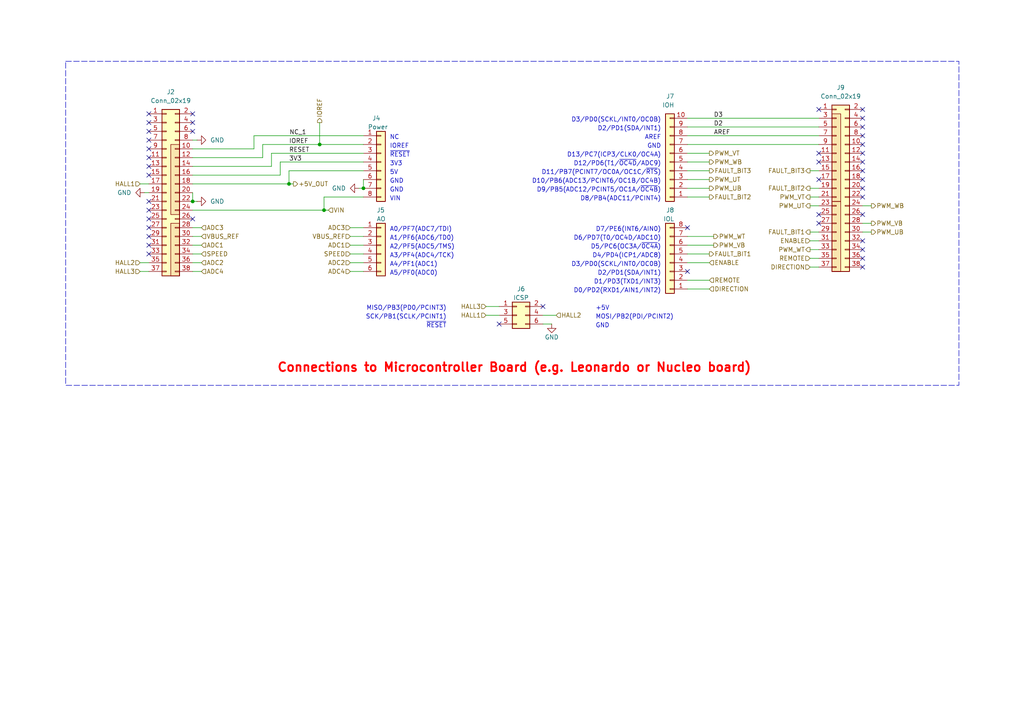
<source format=kicad_sch>
(kicad_sch (version 20250114) (generator "eeschema") (generator_version "9.0")
  (paper "A4")
  (title_block (title "Motor Controller Board NEVB-MTR1-C-1") (date "2025-04-25") (rev "01") (comment 1 "Contact: https://www.nexperia.com/support") (comment 2 "Designed for: Public Release") (comment 3 "Orderable: NEVB-MTR1-KIT1"))
  (lib_symbols
    (symbol "Connector_Generic:Conn_01x06" (pin_names (offset 1.016) (hide yes))
      (property "Reference" "J" (at 0 7.62 0))
      (property "Value" "Conn_01x06" (at 0 -10.16 0))
      (symbol "Conn_01x06_1_1"
        (rectangle (start -1.27 6.35) (end 1.27 -8.89) (stroke (width 0.254)) (fill (type background)))
        (rectangle (start -1.27 5.207) (end 0 4.953) (stroke (width 0.1524)))
        (rectangle (start -1.27 2.667) (end 0 2.413) (stroke (width 0.1524)))
        (rectangle (start -1.27 0.127) (end 0 -0.127) (stroke (width 0.1524)))
        (rectangle (start -1.27 -2.413) (end 0 -2.667) (stroke (width 0.1524)))
        (rectangle (start -1.27 -4.953) (end 0 -5.207) (stroke (width 0.1524)))
        (rectangle (start -1.27 -7.493) (end 0 -7.747) (stroke (width 0.1524)))
        (pin passive line (at -5.08 5.08 0) (length 3.81) (name "Pin_1") (number "1"))
        (pin passive line (at -5.08 2.54 0) (length 3.81) (name "Pin_2") (number "2"))
        (pin passive line (at -5.08 0 0) (length 3.81) (name "Pin_3") (number "3"))
        (pin passive line (at -5.08 -2.54 0) (length 3.81) (name "Pin_4") (number "4"))
        (pin passive line (at -5.08 -5.08 0) (length 3.81) (name "Pin_5") (number "5"))
        (pin passive line (at -5.08 -7.62 0) (length 3.81) (name "Pin_6") (number "6"))
      )
    )
    (symbol "Connector_Generic:Conn_01x08" (pin_names (offset 1.016) (hide yes))
      (property "Reference" "J" (at 0 10.16 0))
      (property "Value" "Conn_01x08" (at 0 -12.7 0))
      (symbol "Conn_01x08_1_1"
        (rectangle (start -1.27 8.89) (end 1.27 -11.43) (stroke (width 0.254)) (fill (type background)))
        (rectangle (start -1.27 7.747) (end 0 7.493) (stroke (width 0.1524)))
        (rectangle (start -1.27 5.207) (end 0 4.953) (stroke (width 0.1524)))
        (rectangle (start -1.27 2.667) (end 0 2.413) (stroke (width 0.1524)))
        (rectangle (start -1.27 0.127) (end 0 -0.127) (stroke (width 0.1524)))
        (rectangle (start -1.27 -2.413) (end 0 -2.667) (stroke (width 0.1524)))
        (rectangle (start -1.27 -4.953) (end 0 -5.207) (stroke (width 0.1524)))
        (rectangle (start -1.27 -7.493) (end 0 -7.747) (stroke (width 0.1524)))
        (rectangle (start -1.27 -10.033) (end 0 -10.287) (stroke (width 0.1524)))
        (pin passive line (at -5.08 7.62 0) (length 3.81) (name "Pin_1") (number "1"))
        (pin passive line (at -5.08 5.08 0) (length 3.81) (name "Pin_2") (number "2"))
        (pin passive line (at -5.08 2.54 0) (length 3.81) (name "Pin_3") (number "3"))
        (pin passive line (at -5.08 0 0) (length 3.81) (name "Pin_4") (number "4"))
        (pin passive line (at -5.08 -2.54 0) (length 3.81) (name "Pin_5") (number "5"))
        (pin passive line (at -5.08 -5.08 0) (length 3.81) (name "Pin_6") (number "6"))
        (pin passive line (at -5.08 -7.62 0) (length 3.81) (name "Pin_7") (number "7"))
        (pin passive line (at -5.08 -10.16 0) (length 3.81) (name "Pin_8") (number "8"))
      )
    )
    (symbol "Connector_Generic:Conn_01x10" (pin_names (offset 1.016) (hide yes))
      (property "Reference" "J" (at 0 12.7 0))
      (property "Value" "Conn_01x10" (at 0 -15.24 0))
      (symbol "Conn_01x10_1_1"
        (rectangle (start -1.27 11.43) (end 1.27 -13.97) (stroke (width 0.254)) (fill (type background)))
        (rectangle (start -1.27 10.287) (end 0 10.033) (stroke (width 0.1524)))
        (rectangle (start -1.27 7.747) (end 0 7.493) (stroke (width 0.1524)))
        (rectangle (start -1.27 5.207) (end 0 4.953) (stroke (width 0.1524)))
        (rectangle (start -1.27 2.667) (end 0 2.413) (stroke (width 0.1524)))
        (rectangle (start -1.27 0.127) (end 0 -0.127) (stroke (width 0.1524)))
        (rectangle (start -1.27 -2.413) (end 0 -2.667) (stroke (width 0.1524)))
        (rectangle (start -1.27 -4.953) (end 0 -5.207) (stroke (width 0.1524)))
        (rectangle (start -1.27 -7.493) (end 0 -7.747) (stroke (width 0.1524)))
        (rectangle (start -1.27 -10.033) (end 0 -10.287) (stroke (width 0.1524)))
        (rectangle (start -1.27 -12.573) (end 0 -12.827) (stroke (width 0.1524)))
        (pin passive line (at -5.08 10.16 0) (length 3.81) (name "Pin_1") (number "1"))
        (pin passive line (at -5.08 7.62 0) (length 3.81) (name "Pin_2") (number "2"))
        (pin passive line (at -5.08 5.08 0) (length 3.81) (name "Pin_3") (number "3"))
        (pin passive line (at -5.08 2.54 0) (length 3.81) (name "Pin_4") (number "4"))
        (pin passive line (at -5.08 0 0) (length 3.81) (name "Pin_5") (number "5"))
        (pin passive line (at -5.08 -2.54 0) (length 3.81) (name "Pin_6") (number "6"))
        (pin passive line (at -5.08 -5.08 0) (length 3.81) (name "Pin_7") (number "7"))
        (pin passive line (at -5.08 -7.62 0) (length 3.81) (name "Pin_8") (number "8"))
        (pin passive line (at -5.08 -10.16 0) (length 3.81) (name "Pin_9") (number "9"))
        (pin passive line (at -5.08 -12.7 0) (length 3.81) (name "Pin_10") (number "10"))
      )
    )
    (symbol "Connector_Generic:Conn_02x03_Odd_Even" (pin_names (offset 1.016) (hide yes))
      (property "Reference" "J" (at 1.27 5.08 0))
      (property "Value" "Conn_02x03_Odd_Even" (at 1.27 -5.08 0))
      (symbol "Conn_02x03_Odd_Even_1_1"
        (rectangle (start -1.27 3.81) (end 3.81 -3.81) (stroke (width 0.254)) (fill (type background)))
        (rectangle (start -1.27 2.667) (end 0 2.413) (stroke (width 0.1524)))
        (rectangle (start -1.27 0.127) (end 0 -0.127) (stroke (width 0.1524)))
        (rectangle (start -1.27 -2.413) (end 0 -2.667) (stroke (width 0.1524)))
        (rectangle (start 3.81 2.667) (end 2.54 2.413) (stroke (width 0.1524)))
        (rectangle (start 3.81 0.127) (end 2.54 -0.127) (stroke (width 0.1524)))
        (rectangle (start 3.81 -2.413) (end 2.54 -2.667) (stroke (width 0.1524)))
        (pin passive line (at -5.08 2.54 0) (length 3.81) (name "Pin_1") (number "1"))
        (pin passive line (at -5.08 0 0) (length 3.81) (name "Pin_3") (number "3"))
        (pin passive line (at -5.08 -2.54 0) (length 3.81) (name "Pin_5") (number "5"))
        (pin passive line (at 7.62 2.54 180) (length 3.81) (name "Pin_2") (number "2"))
        (pin passive line (at 7.62 0 180) (length 3.81) (name "Pin_4") (number "4"))
        (pin passive line (at 7.62 -2.54 180) (length 3.81) (name "Pin_6") (number "6"))
      )
    )
    (symbol "power:GND" (power) (pin_numbers (hide yes)) (pin_names (offset 0) (hide yes))
      (property "Value" "GND" (at 0 -3.81 0))
      (symbol "GND_0_1"
        (polyline (pts (xy 0 0) (xy 0 -1.27) (xy 1.27 -1.27) (xy 0 -2.54) (xy -1.27 -1.27) (xy 0 -1.27)))
      )
      (symbol "GND_1_1"
        (pin power_in line (at 0 0 270) (length 0) (name "~") (number "1"))
      )
    )
    (symbol "project:Conn_02x19_Custom_Left" (pin_names (offset 1.016) (hide yes))
      (property "Reference" "J" (at 1.27 29.21 0))
      (property "Value" "Conn_02x19" (at 1.27 26.67 0))
      (symbol "Conn_02x19_Custom_Left_1_1"
        (rectangle (start -1.27 24.13) (end 3.81 -24.13) (stroke (width 0.254)) (fill (type background)))
        (rectangle (start -1.27 22.987) (end 0 22.733) (stroke (width 0.1524)))
        (rectangle (start -1.27 20.447) (end 0 20.193) (stroke (width 0.1524)))
        (rectangle (start -1.27 17.907) (end 0 17.653) (stroke (width 0.1524)))
        (rectangle (start -1.27 15.367) (end 0 15.113) (stroke (width 0.1524)))
        (rectangle (start -1.27 12.827) (end 0 12.573) (stroke (width 0.1524)))
        (rectangle (start -1.27 10.287) (end 0 10.033) (stroke (width 0.1524)))
        (rectangle (start -1.27 7.747) (end 0 7.493) (stroke (width 0.1524)))
        (rectangle (start -1.27 5.207) (end 0 4.953) (stroke (width 0.1524)))
        (rectangle (start -1.27 2.667) (end 0 2.413) (stroke (width 0.1524)))
        (rectangle (start -1.27 0.127) (end 0 -0.127) (stroke (width 0.1524)))
        (rectangle (start -1.27 -2.413) (end 0 -2.667) (stroke (width 0.1524)))
        (rectangle (start -1.27 -4.953) (end 0 -5.207) (stroke (width 0.1524)))
        (rectangle (start -1.27 -7.493) (end 0 -7.747) (stroke (width 0.1524)))
        (rectangle (start -1.27 -10.033) (end 0 -10.287) (stroke (width 0.1524)))
        (rectangle (start -1.27 -12.573) (end 0 -12.827) (stroke (width 0.1524)))
        (rectangle (start -1.27 -15.113) (end 0 -15.367) (stroke (width 0.1524)))
        (rectangle (start -1.27 -17.653) (end 0 -17.907) (stroke (width 0.1524)))
        (rectangle (start -1.27 -20.193) (end 0 -20.447) (stroke (width 0.1524)))
        (rectangle (start -1.27 -22.733) (end 0 -22.987) (stroke (width 0.1524)))
        (rectangle (start 1.27 13.97) (end 3.81 -6.35) (fill (type color) (color 194 0 0 0.1)))
        (rectangle (start 1.27 -8.89) (end 3.81 -24.13) (fill (type color) (color 194 0 0 0.1)))
        (rectangle (start 3.81 22.987) (end 2.54 22.733) (stroke (width 0.1524)))
        (rectangle (start 3.81 20.447) (end 2.54 20.193) (stroke (width 0.1524)))
        (rectangle (start 3.81 17.907) (end 2.54 17.653) (stroke (width 0.1524)))
        (rectangle (start 3.81 15.367) (end 2.54 15.113) (stroke (width 0.1524)))
        (rectangle (start 3.81 12.827) (end 2.54 12.573) (stroke (width 0.1524)))
        (rectangle (start 3.81 10.287) (end 2.54 10.033) (stroke (width 0.1524)))
        (rectangle (start 3.81 7.747) (end 2.54 7.493) (stroke (width 0.1524)))
        (rectangle (start 3.81 5.207) (end 2.54 4.953) (stroke (width 0.1524)))
        (rectangle (start 3.81 2.667) (end 2.54 2.413) (stroke (width 0.1524)))
        (rectangle (start 3.81 0.127) (end 2.54 -0.127) (stroke (width 0.1524)))
        (rectangle (start 3.81 -2.413) (end 2.54 -2.667) (stroke (width 0.1524)))
        (rectangle (start 3.81 -4.953) (end 2.54 -5.207) (stroke (width 0.1524)))
        (rectangle (start 3.81 -7.493) (end 2.54 -7.747) (stroke (width 0.1524)))
        (rectangle (start 3.81 -10.033) (end 2.54 -10.287) (stroke (width 0.1524)))
        (rectangle (start 3.81 -12.573) (end 2.54 -12.827) (stroke (width 0.1524)))
        (rectangle (start 3.81 -15.113) (end 2.54 -15.367) (stroke (width 0.1524)))
        (rectangle (start 3.81 -17.653) (end 2.54 -17.907) (stroke (width 0.1524)))
        (rectangle (start 3.81 -20.193) (end 2.54 -20.447) (stroke (width 0.1524)))
        (rectangle (start 3.81 -22.733) (end 2.54 -22.987) (stroke (width 0.1524)))
        (pin passive line (at -5.08 22.86 0) (length 3.81) (name "Pin_1") (number "1"))
        (pin passive line (at -5.08 20.32 0) (length 3.81) (name "Pin_3") (number "3"))
        (pin passive line (at -5.08 17.78 0) (length 3.81) (name "Pin_5") (number "5"))
        (pin passive line (at -5.08 15.24 0) (length 3.81) (name "Pin_7") (number "7"))
        (pin passive line (at -5.08 12.7 0) (length 3.81) (name "Pin_9") (number "9"))
        (pin passive line (at -5.08 10.16 0) (length 3.81) (name "Pin_11") (number "11"))
        (pin passive line (at -5.08 7.62 0) (length 3.81) (name "Pin_13") (number "13"))
        (pin passive line (at -5.08 5.08 0) (length 3.81) (name "Pin_15") (number "15"))
        (pin passive line (at -5.08 2.54 0) (length 3.81) (name "Pin_17") (number "17"))
        (pin passive line (at -5.08 0 0) (length 3.81) (name "Pin_19") (number "19"))
        (pin passive line (at -5.08 -2.54 0) (length 3.81) (name "Pin_21") (number "21"))
        (pin passive line (at -5.08 -5.08 0) (length 3.81) (name "Pin_23") (number "23"))
        (pin passive line (at -5.08 -7.62 0) (length 3.81) (name "Pin_25") (number "25"))
        (pin passive line (at -5.08 -10.16 0) (length 3.81) (name "Pin_27") (number "27"))
        (pin passive line (at -5.08 -12.7 0) (length 3.81) (name "Pin_29") (number "29"))
        (pin passive line (at -5.08 -15.24 0) (length 3.81) (name "Pin_31") (number "31"))
        (pin passive line (at -5.08 -17.78 0) (length 3.81) (name "Pin_33") (number "33"))
        (pin passive line (at -5.08 -20.32 0) (length 3.81) (name "Pin_35") (number "35"))
        (pin passive line (at -5.08 -22.86 0) (length 3.81) (name "Pin_37") (number "37"))
        (pin passive line (at 7.62 22.86 180) (length 3.81) (name "Pin_2") (number "2"))
        (pin passive line (at 7.62 20.32 180) (length 3.81) (name "Pin_4") (number "4"))
        (pin passive line (at 7.62 17.78 180) (length 3.81) (name "Pin_6") (number "6"))
        (pin passive line (at 7.62 15.24 180) (length 3.81) (name "Pin_8") (number "8"))
        (pin passive line (at 7.62 12.7 180) (length 3.81) (name "Pin_10") (number "10"))
        (pin passive line (at 7.62 10.16 180) (length 3.81) (name "Pin_12") (number "12"))
        (pin passive line (at 7.62 7.62 180) (length 3.81) (name "Pin_14") (number "14"))
        (pin passive line (at 7.62 5.08 180) (length 3.81) (name "Pin_16") (number "16"))
        (pin passive line (at 7.62 2.54 180) (length 3.81) (name "Pin_18") (number "18"))
        (pin passive line (at 7.62 0 180) (length 3.81) (name "Pin_20") (number "20"))
        (pin passive line (at 7.62 -2.54 180) (length 3.81) (name "Pin_22") (number "22"))
        (pin passive line (at 7.62 -5.08 180) (length 3.81) (name "Pin_24") (number "24"))
        (pin passive line (at 7.62 -7.62 180) (length 3.81) (name "Pin_26") (number "26"))
        (pin passive line (at 7.62 -10.16 180) (length 3.81) (name "Pin_28") (number "28"))
        (pin passive line (at 7.62 -12.7 180) (length 3.81) (name "Pin_30") (number "30"))
        (pin passive line (at 7.62 -15.24 180) (length 3.81) (name "Pin_32") (number "32"))
        (pin passive line (at 7.62 -17.78 180) (length 3.81) (name "Pin_34") (number "34"))
        (pin passive line (at 7.62 -20.32 180) (length 3.81) (name "Pin_36") (number "36"))
        (pin passive line (at 7.62 -22.86 180) (length 3.81) (name "Pin_38") (number "38"))
      )
    )
    (symbol "project:Conn_02x19_Custom_Right" (pin_names (offset 1.016) (hide yes))
      (property "Reference" "J" (at 1.27 29.21 0))
      (property "Value" "Conn_02x19" (at 1.27 26.67 0))
      (symbol "Conn_02x19_Custom_Right_1_1"
        (rectangle (start -1.27 24.13) (end 3.81 -24.13) (stroke (width 0.254)) (fill (type background)))
        (rectangle (start -1.27 22.987) (end 0 22.733) (stroke (width 0.1524)))
        (rectangle (start -1.27 21.59) (end 1.27 -3.81) (fill (type color) (color 194 0 0 0.1)))
        (rectangle (start -1.27 20.447) (end 0 20.193) (stroke (width 0.1524)))
        (rectangle (start -1.27 17.907) (end 0 17.653) (stroke (width 0.1524)))
        (rectangle (start -1.27 15.367) (end 0 15.113) (stroke (width 0.1524)))
        (rectangle (start -1.27 12.827) (end 0 12.573) (stroke (width 0.1524)))
        (rectangle (start -1.27 10.287) (end 0 10.033) (stroke (width 0.1524)))
        (rectangle (start -1.27 7.747) (end 0 7.493) (stroke (width 0.1524)))
        (rectangle (start -1.27 5.207) (end 0 4.953) (stroke (width 0.1524)))
        (rectangle (start -1.27 2.667) (end 0 2.413) (stroke (width 0.1524)))
        (rectangle (start -1.27 0.127) (end 0 -0.127) (stroke (width 0.1524)))
        (rectangle (start -1.27 -2.413) (end 0 -2.667) (stroke (width 0.1524)))
        (rectangle (start -1.27 -3.81) (end 1.27 -24.13) (fill (type color) (color 194 0 0 0.1)))
        (rectangle (start -1.27 -4.953) (end 0 -5.207) (stroke (width 0.1524)))
        (rectangle (start -1.27 -7.493) (end 0 -7.747) (stroke (width 0.1524)))
        (rectangle (start -1.27 -10.033) (end 0 -10.287) (stroke (width 0.1524)))
        (rectangle (start -1.27 -12.573) (end 0 -12.827) (stroke (width 0.1524)))
        (rectangle (start -1.27 -15.113) (end 0 -15.367) (stroke (width 0.1524)))
        (rectangle (start -1.27 -17.653) (end 0 -17.907) (stroke (width 0.1524)))
        (rectangle (start -1.27 -20.193) (end 0 -20.447) (stroke (width 0.1524)))
        (rectangle (start -1.27 -22.733) (end 0 -22.987) (stroke (width 0.1524)))
        (rectangle (start 3.81 22.987) (end 2.54 22.733) (stroke (width 0.1524)))
        (rectangle (start 3.81 20.447) (end 2.54 20.193) (stroke (width 0.1524)))
        (rectangle (start 3.81 17.907) (end 2.54 17.653) (stroke (width 0.1524)))
        (rectangle (start 3.81 15.367) (end 2.54 15.113) (stroke (width 0.1524)))
        (rectangle (start 3.81 12.827) (end 2.54 12.573) (stroke (width 0.1524)))
        (rectangle (start 3.81 10.287) (end 2.54 10.033) (stroke (width 0.1524)))
        (rectangle (start 3.81 7.747) (end 2.54 7.493) (stroke (width 0.1524)))
        (rectangle (start 3.81 5.207) (end 2.54 4.953) (stroke (width 0.1524)))
        (rectangle (start 3.81 2.667) (end 2.54 2.413) (stroke (width 0.1524)))
        (rectangle (start 3.81 0.127) (end 2.54 -0.127) (stroke (width 0.1524)))
        (rectangle (start 3.81 -2.413) (end 2.54 -2.667) (stroke (width 0.1524)))
        (rectangle (start 3.81 -4.953) (end 2.54 -5.207) (stroke (width 0.1524)))
        (rectangle (start 3.81 -7.493) (end 2.54 -7.747) (stroke (width 0.1524)))
        (rectangle (start 3.81 -10.033) (end 2.54 -10.287) (stroke (width 0.1524)))
        (rectangle (start 3.81 -12.573) (end 2.54 -12.827) (stroke (width 0.1524)))
        (rectangle (start 3.81 -15.113) (end 2.54 -15.367) (stroke (width 0.1524)))
        (rectangle (start 3.81 -17.653) (end 2.54 -17.907) (stroke (width 0.1524)))
        (rectangle (start 3.81 -20.193) (end 2.54 -20.447) (stroke (width 0.1524)))
        (rectangle (start 3.81 -22.733) (end 2.54 -22.987) (stroke (width 0.1524)))
        (pin passive line (at -5.08 22.86 0) (length 3.81) (name "Pin_1") (number "1"))
        (pin passive line (at -5.08 20.32 0) (length 3.81) (name "Pin_3") (number "3"))
        (pin passive line (at -5.08 17.78 0) (length 3.81) (name "Pin_5") (number "5"))
        (pin passive line (at -5.08 15.24 0) (length 3.81) (name "Pin_7") (number "7"))
        (pin passive line (at -5.08 12.7 0) (length 3.81) (name "Pin_9") (number "9"))
        (pin passive line (at -5.08 10.16 0) (length 3.81) (name "Pin_11") (number "11"))
        (pin passive line (at -5.08 7.62 0) (length 3.81) (name "Pin_13") (number "13"))
        (pin passive line (at -5.08 5.08 0) (length 3.81) (name "Pin_15") (number "15"))
        (pin passive line (at -5.08 2.54 0) (length 3.81) (name "Pin_17") (number "17"))
        (pin passive line (at -5.08 0 0) (length 3.81) (name "Pin_19") (number "19"))
        (pin passive line (at -5.08 -2.54 0) (length 3.81) (name "Pin_21") (number "21"))
        (pin passive line (at -5.08 -5.08 0) (length 3.81) (name "Pin_23") (number "23"))
        (pin passive line (at -5.08 -7.62 0) (length 3.81) (name "Pin_25") (number "25"))
        (pin passive line (at -5.08 -10.16 0) (length 3.81) (name "Pin_27") (number "27"))
        (pin passive line (at -5.08 -12.7 0) (length 3.81) (name "Pin_29") (number "29"))
        (pin passive line (at -5.08 -15.24 0) (length 3.81) (name "Pin_31") (number "31"))
        (pin passive line (at -5.08 -17.78 0) (length 3.81) (name "Pin_33") (number "33"))
        (pin passive line (at -5.08 -20.32 0) (length 3.81) (name "Pin_35") (number "35"))
        (pin passive line (at -5.08 -22.86 0) (length 3.81) (name "Pin_37") (number "37"))
        (pin passive line (at 7.62 22.86 180) (length 3.81) (name "Pin_2") (number "2"))
        (pin passive line (at 7.62 20.32 180) (length 3.81) (name "Pin_4") (number "4"))
        (pin passive line (at 7.62 17.78 180) (length 3.81) (name "Pin_6") (number "6"))
        (pin passive line (at 7.62 15.24 180) (length 3.81) (name "Pin_8") (number "8"))
        (pin passive line (at 7.62 12.7 180) (length 3.81) (name "Pin_10") (number "10"))
        (pin passive line (at 7.62 10.16 180) (length 3.81) (name "Pin_12") (number "12"))
        (pin passive line (at 7.62 7.62 180) (length 3.81) (name "Pin_14") (number "14"))
        (pin passive line (at 7.62 5.08 180) (length 3.81) (name "Pin_16") (number "16"))
        (pin passive line (at 7.62 2.54 180) (length 3.81) (name "Pin_18") (number "18"))
        (pin passive line (at 7.62 0 180) (length 3.81) (name "Pin_20") (number "20"))
        (pin passive line (at 7.62 -2.54 180) (length 3.81) (name "Pin_22") (number "22"))
        (pin passive line (at 7.62 -5.08 180) (length 3.81) (name "Pin_24") (number "24"))
        (pin passive line (at 7.62 -7.62 180) (length 3.81) (name "Pin_26") (number "26"))
        (pin passive line (at 7.62 -10.16 180) (length 3.81) (name "Pin_28") (number "28"))
        (pin passive line (at 7.62 -12.7 180) (length 3.81) (name "Pin_30") (number "30"))
        (pin passive line (at 7.62 -15.24 180) (length 3.81) (name "Pin_32") (number "32"))
        (pin passive line (at 7.62 -17.78 180) (length 3.81) (name "Pin_34") (number "34"))
        (pin passive line (at 7.62 -20.32 180) (length 3.81) (name "Pin_36") (number "36"))
        (pin passive line (at 7.62 -22.86 180) (length 3.81) (name "Pin_38") (number "38"))
      )
    )
  )
  (rectangle (start 19.05 17.78) (end 278.13 111.76) (stroke (width 0) (type dash)))
  (text "GND" (at 172.72 95.25 0) (effects (font (size 1.27 1.27)) (justify left bottom)))
  (text "A3/PF4(ADC4/TCK)" (at 113.03 74.93 0) (effects (font (size 1.27 1.27)) (justify left bottom)))
  (text "GND" (at 113.03 53.34 0) (effects (font (size 1.27 1.27)) (justify left bottom)))
  (text "D12/PD6(T1/~{OC4D}/ADC9)" (at 191.77 48.26 0) (effects (font (size 1.27 1.27)) (justify right bottom)))
  (text "MISO/PB3(PD0/PCINT3)" (at 129.54 90.17 0) (effects (font (size 1.27 1.27)) (justify right bottom)))
  (text "MOSI/PB2(PDI/PCINT2)" (at 172.72 92.71 0) (effects (font (size 1.27 1.27)) (justify left bottom)))
  (text "A5/PF0(ADC0)" (at 113.03 80.01 0) (effects (font (size 1.27 1.27)) (justify left bottom)))
  (text "GND" (at 113.03 55.88 0) (effects (font (size 1.27 1.27)) (justify left bottom)))
  (text "VIN" (at 113.03 58.42 0) (effects (font (size 1.27 1.27)) (justify left bottom)))
  (text "D3/PD0(SCKL/INT0/OC0B)" (at 191.77 35.56 0) (effects (font (size 1.27 1.27)) (justify right bottom)))
  (text "A4/PF1(ADC1)" (at 113.03 77.47 0) (effects (font (size 1.27 1.27)) (justify left bottom)))
  (text "GND" (at 191.77 43.18 0) (effects (font (size 1.27 1.27)) (justify right bottom)))
  (text "D5/PC6(OC3A/~{0C4A})" (at 191.77 72.39 0) (effects (font (size 1.27 1.27)) (justify right bottom)))
  (text "D9/PB5(ADC12/PCINT5/OC1A/~{OC4B})" (at 191.77 55.88 0) (effects (font (size 1.27 1.27)) (justify right bottom)))
  (text "A0/PF7(ADC7/TDI)" (at 113.03 67.31 0) (effects (font (size 1.27 1.27)) (justify left bottom)))
  (text "NC" (at 113.03 40.64 0) (effects (font (size 1.27 1.27)) (justify left bottom)))
  (text "D13/PC7(ICP3/CLK0/OC4A)" (at 191.77 45.72 0) (effects (font (size 1.27 1.27)) (justify right bottom)))
  (text "D6/PD7(T0/OC4D/ADC10)" (at 191.77 69.85 0) (effects (font (size 1.27 1.27)) (justify right bottom)))
  (text "D2/PD1(SDA/INT1)" (at 191.77 38.1 0) (effects (font (size 1.27 1.27)) (justify right bottom)))
  (text "3V3" (at 113.03 48.26 0) (effects (font (size 1.27 1.27)) (justify left bottom)))
  (text "IOREF" (at 113.03 43.18 0) (effects (font (size 1.27 1.27)) (justify left bottom)))
  (text "Connections to Microcontroller Board (e.g. Leonardo or Nucleo board)" (at 80.264 108.204 0) (effects (font (size 2.54 2.54) (thickness 0.508) (bold yes)) (justify left bottom)))
  (text "SCK/PB1(SCLK/PCINT1)" (at 129.54 92.71 0) (effects (font (size 1.27 1.27)) (justify right bottom)))
  (text "A1/PF6(ADC6/TD0)" (at 113.03 69.85 0) (effects (font (size 1.27 1.27)) (justify left bottom)))
  (text "D7/PE6(INT6/AIN0)" (at 191.77 67.31 0) (effects (font (size 1.27 1.27)) (justify right bottom)))
  (text "D4/PD4(ICP1/ADC8)" (at 191.77 74.93 0) (effects (font (size 1.27 1.27)) (justify right bottom)))
  (text "~{RESET}" (at 113.03 45.72 0) (effects (font (size 1.27 1.27)) (justify left bottom)))
  (text "D10/PB6(ADC13/PCINT6/OC1B/OC4B)" (at 191.77 53.34 0) (effects (font (size 1.27 1.27)) (justify right bottom)))
  (text "D0/PD2(RXD1/AIN1/INT2)" (at 191.77 85.09 0) (effects (font (size 1.27 1.27)) (justify right bottom)))
  (text "+5V" (at 172.72 90.17 0) (effects (font (size 1.27 1.27)) (justify left bottom)))
  (text "D8/PB4(ADC11/PCINT4)" (at 191.77 58.42 0) (effects (font (size 1.27 1.27)) (justify right bottom)))
  (text "D1/PD3(TXD1/INT3)" (at 191.77 82.55 0) (effects (font (size 1.27 1.27)) (justify right bottom)))
  (text "5V" (at 113.03 50.8 0) (effects (font (size 1.27 1.27)) (justify left bottom)))
  (text "D3/PD0(SCKL/INT0/OC0B)" (at 191.77 77.47 0) (effects (font (size 1.27 1.27)) (justify right bottom)))
  (text "~{RESET}" (at 129.54 95.25 0) (effects (font (size 1.27 1.27)) (justify right bottom)))
  (text "D2/PD1(SDA/INT1)" (at 191.77 80.01 0) (effects (font (size 1.27 1.27)) (justify right bottom)))
  (text "AREF" (at 191.77 40.64 0) (effects (font (size 1.27 1.27)) (justify right bottom)))
  (text "A2/PF5(ADC5/TMS)" (at 113.03 72.39 0) (effects (font (size 1.27 1.27)) (justify left bottom)))
  (text "D11/PB7(PCINT7/OC0A/OC1C/~{RTS})" (at 191.77 50.8 0) (effects (font (size 1.27 1.27)) (justify right bottom)))
  (junction (at 92.71 41.91))
  (junction (at 83.82 53.34))
  (junction (at 93.98 60.96))
  (junction (at 55.88 58.42))
  (junction (at 105.41 54.61))
  (no_connect (at 237.49 44.45))
  (no_connect (at 43.18 48.26))
  (no_connect (at 43.18 73.66))
  (no_connect (at 250.19 69.85))
  (no_connect (at 237.49 52.07))
  (no_connect (at 55.88 38.1))
  (no_connect (at 250.19 41.91))
  (no_connect (at 157.48 88.9))
  (no_connect (at 250.19 62.23))
  (no_connect (at 250.19 72.39))
  (no_connect (at 250.19 44.45))
  (no_connect (at 199.39 66.04))
  (no_connect (at 199.39 78.74))
  (no_connect (at 250.19 36.83))
  (no_connect (at 43.18 68.58))
  (no_connect (at 43.18 40.64))
  (no_connect (at 250.19 57.15))
  (no_connect (at 43.18 66.04))
  (no_connect (at 43.18 33.02))
  (no_connect (at 43.18 63.5))
  (no_connect (at 55.88 35.56))
  (no_connect (at 43.18 58.42))
  (no_connect (at 43.18 45.72))
  (no_connect (at 250.19 52.07))
  (no_connect (at 43.18 35.56))
  (no_connect (at 250.19 39.37))
  (no_connect (at 250.19 46.99))
  (no_connect (at 43.18 43.18))
  (no_connect (at 250.19 31.75))
  (no_connect (at 237.49 64.77))
  (no_connect (at 250.19 77.47))
  (no_connect (at 43.18 60.96))
  (no_connect (at 144.78 93.98))
  (no_connect (at 237.49 62.23))
  (no_connect (at 237.49 31.75))
  (no_connect (at 250.19 49.53))
  (no_connect (at 250.19 74.93))
  (no_connect (at 55.88 63.5))
  (no_connect (at 250.19 54.61))
  (no_connect (at 237.49 46.99))
  (no_connect (at 43.18 71.12))
  (no_connect (at 55.88 33.02))
  (no_connect (at 43.18 50.8))
  (no_connect (at 250.19 34.29))
  (no_connect (at 43.18 38.1))
  (wire (pts (xy 76.2 41.91) (xy 92.71 41.91)))
  (wire (pts (xy 101.6 66.04) (xy 105.41 66.04)))
  (wire (pts (xy 73.66 39.37) (xy 105.41 39.37)))
  (wire (pts (xy 58.42 76.2) (xy 55.88 76.2)))
  (wire (pts (xy 101.6 71.12) (xy 105.41 71.12)))
  (wire (pts (xy 234.95 49.53) (xy 237.49 49.53)))
  (wire (pts (xy 199.39 49.53) (xy 205.74 49.53)))
  (wire (pts (xy 140.97 91.44) (xy 144.78 91.44)))
  (wire (pts (xy 55.88 60.96) (xy 93.98 60.96)))
  (wire (pts (xy 55.88 50.8) (xy 81.28 50.8)))
  (wire (pts (xy 199.39 36.83) (xy 237.49 36.83)))
  (wire (pts (xy 92.71 35.56) (xy 92.71 41.91)))
  (wire (pts (xy 161.29 91.44) (xy 157.48 91.44)))
  (wire (pts (xy 250.19 64.77) (xy 252.73 64.77)))
  (wire (pts (xy 83.82 49.53) (xy 105.41 49.53)))
  (wire (pts (xy 92.71 41.91) (xy 105.41 41.91)))
  (wire (pts (xy 55.88 53.34) (xy 83.82 53.34)))
  (wire (pts (xy 199.39 68.58) (xy 207.01 68.58)))
  (wire (pts (xy 199.39 71.12) (xy 207.01 71.12)))
  (wire (pts (xy 160.02 93.98) (xy 157.48 93.98)))
  (wire (pts (xy 234.95 74.93) (xy 237.49 74.93)))
  (wire (pts (xy 199.39 46.99) (xy 205.74 46.99)))
  (wire (pts (xy 83.82 53.34) (xy 83.82 49.53)))
  (wire (pts (xy 105.41 46.99) (xy 81.28 46.99)))
  (wire (pts (xy 93.98 60.96) (xy 93.98 57.15)))
  (wire (pts (xy 199.39 81.28) (xy 205.74 81.28)))
  (wire (pts (xy 199.39 52.07) (xy 205.74 52.07)))
  (wire (pts (xy 78.74 48.26) (xy 78.74 44.45)))
  (wire (pts (xy 55.88 43.18) (xy 73.66 43.18)))
  (wire (pts (xy 199.39 73.66) (xy 205.74 73.66)))
  (wire (pts (xy 205.74 57.15) (xy 199.39 57.15)))
  (wire (pts (xy 58.42 71.12) (xy 55.88 71.12)))
  (wire (pts (xy 58.42 66.04) (xy 55.88 66.04)))
  (wire (pts (xy 234.95 77.47) (xy 237.49 77.47)))
  (wire (pts (xy 199.39 41.91) (xy 237.49 41.91)))
  (wire (pts (xy 199.39 54.61) (xy 205.74 54.61)))
  (wire (pts (xy 57.15 58.42) (xy 55.88 58.42)))
  (wire (pts (xy 199.39 76.2) (xy 205.74 76.2)))
  (wire (pts (xy 234.95 59.69) (xy 237.49 59.69)))
  (wire (pts (xy 55.88 45.72) (xy 76.2 45.72)))
  (wire (pts (xy 234.95 72.39) (xy 237.49 72.39)))
  (wire (pts (xy 40.64 76.2) (xy 43.18 76.2)))
  (wire (pts (xy 199.39 83.82) (xy 205.74 83.82)))
  (wire (pts (xy 55.88 78.74) (xy 58.42 78.74)))
  (wire (pts (xy 199.39 39.37) (xy 237.49 39.37)))
  (wire (pts (xy 250.19 67.31) (xy 252.73 67.31)))
  (wire (pts (xy 101.6 68.58) (xy 105.41 68.58)))
  (wire (pts (xy 234.95 57.15) (xy 237.49 57.15)))
  (wire (pts (xy 40.64 53.34) (xy 43.18 53.34)))
  (wire (pts (xy 234.95 54.61) (xy 237.49 54.61)))
  (wire (pts (xy 101.6 78.74) (xy 105.41 78.74)))
  (wire (pts (xy 105.41 52.07) (xy 105.41 54.61)))
  (wire (pts (xy 73.66 43.18) (xy 73.66 39.37)))
  (wire (pts (xy 55.88 55.88) (xy 55.88 58.42)))
  (wire (pts (xy 199.39 34.29) (xy 237.49 34.29)))
  (wire (pts (xy 81.28 46.99) (xy 81.28 50.8)))
  (wire (pts (xy 250.19 59.69) (xy 252.73 59.69)))
  (wire (pts (xy 140.97 88.9) (xy 144.78 88.9)))
  (wire (pts (xy 57.15 40.64) (xy 55.88 40.64)))
  (wire (pts (xy 78.74 44.45) (xy 105.41 44.45)))
  (wire (pts (xy 58.42 73.66) (xy 55.88 73.66)))
  (wire (pts (xy 101.6 73.66) (xy 105.41 73.66)))
  (wire (pts (xy 93.98 57.15) (xy 105.41 57.15)))
  (wire (pts (xy 104.14 54.61) (xy 105.41 54.61)))
  (wire (pts (xy 234.95 69.85) (xy 237.49 69.85)))
  (wire (pts (xy 85.09 53.34) (xy 83.82 53.34)))
  (wire (pts (xy 55.88 48.26) (xy 78.74 48.26)))
  (wire (pts (xy 76.2 45.72) (xy 76.2 41.91)))
  (wire (pts (xy 40.64 78.74) (xy 43.18 78.74)))
  (wire (pts (xy 41.91 55.88) (xy 43.18 55.88)))
  (wire (pts (xy 234.95 67.31) (xy 237.49 67.31)))
  (wire (pts (xy 95.25 60.96) (xy 93.98 60.96)))
  (wire (pts (xy 101.6 76.2) (xy 105.41 76.2)))
  (wire (pts (xy 55.88 68.58) (xy 58.42 68.58)))
  (wire (pts (xy 199.39 44.45) (xy 205.74 44.45)))
  (label "AREF" (at 207.01 39.37 0))
  (label "IOREF" (at 83.82 41.91 0))
  (label "RESET" (at 83.82 44.45 0))
  (label "3V3" (at 83.82 46.99 0))
  (label "D3" (at 207.01 34.29 0))
  (label "NC_1" (at 88.9 39.37 180))
  (label "D2" (at 207.01 36.83 0))
  (hierarchical_label "DIRECTION" (shape input) (at 205.74 83.82 0))
  (hierarchical_label "PWM_VT" (shape output) (at 234.95 57.15 180))
  (hierarchical_label "REMOTE" (shape input) (at 234.95 74.93 180))
  (hierarchical_label "HALL3" (shape input) (at 40.64 78.74 180))
  (hierarchical_label "FAULT_BIT3" (shape output) (at 205.74 49.53 0))
  (hierarchical_label "SPEED" (shape input) (at 101.6 73.66 180))
  (hierarchical_label "ADC4" (shape input) (at 101.6 78.74 180))
  (hierarchical_label "PWM_WB" (shape output) (at 205.74 46.99 0))
  (hierarchical_label "HALL1" (shape input) (at 40.64 53.34 180))
  (hierarchical_label "DIRECTION" (shape input) (at 234.95 77.47 180))
  (hierarchical_label "PWM_UT" (shape output) (at 234.95 59.69 180))
  (hierarchical_label "IOREF" (shape output) (at 92.71 35.56 90))
  (hierarchical_label "FAULT_BIT2" (shape output) (at 205.74 57.15 0))
  (hierarchical_label "ADC3" (shape input) (at 58.42 66.04 0))
  (hierarchical_label "+5V_OUT" (shape output) (at 85.09 53.34 0))
  (hierarchical_label "ENABLE" (shape input) (at 234.95 69.85 180))
  (hierarchical_label "PWM_WB" (shape output) (at 252.73 59.69 0))
  (hierarchical_label "FAULT_BIT1" (shape output) (at 234.95 67.31 180))
  (hierarchical_label "ADC2" (shape input) (at 58.42 76.2 0))
  (hierarchical_label "HALL2" (shape input) (at 40.64 76.2 180))
  (hierarchical_label "FAULT_BIT1" (shape output) (at 205.74 73.66 0))
  (hierarchical_label "ADC1" (shape input) (at 101.6 71.12 180))
  (hierarchical_label "FAULT_BIT3" (shape output) (at 234.95 49.53 180))
  (hierarchical_label "ADC4" (shape input) (at 58.42 78.74 0))
  (hierarchical_label "PWM_UT" (shape output) (at 205.74 52.07 0))
  (hierarchical_label "FAULT_BIT2" (shape output) (at 234.95 54.61 180))
  (hierarchical_label "ENABLE" (shape input) (at 205.74 76.2 0))
  (hierarchical_label "PWM_UB" (shape output) (at 205.74 54.61 0))
  (hierarchical_label "HALL3" (shape input) (at 140.97 88.9 180))
  (hierarchical_label "HALL2" (shape input) (at 161.29 91.44 0))
  (hierarchical_label "VIN" (shape input) (at 95.25 60.96 0))
  (hierarchical_label "PWM_VB" (shape output) (at 207.01 71.12 0))
  (hierarchical_label "ADC1" (shape input) (at 58.42 71.12 0))
  (hierarchical_label "VBUS_REF" (shape input) (at 58.42 68.58 0))
  (hierarchical_label "PWM_VT" (shape output) (at 205.74 44.45 0))
  (hierarchical_label "SPEED" (shape input) (at 58.42 73.66 0))
  (hierarchical_label "ADC3" (shape input) (at 101.6 66.04 180))
  (hierarchical_label "ADC2" (shape input) (at 101.6 76.2 180))
  (hierarchical_label "PWM_UB" (shape output) (at 252.73 67.31 0))
  (hierarchical_label "HALL1" (shape input) (at 140.97 91.44 180))
  (hierarchical_label "PWM_WT" (shape output) (at 207.01 68.58 0))
  (hierarchical_label "REMOTE" (shape input) (at 205.74 81.28 0))
  (hierarchical_label "PWM_VB" (shape output) (at 252.73 64.77 0))
  (hierarchical_label "PWM_WT" (shape output) (at 234.95 72.39 180))
  (hierarchical_label "VBUS_REF" (shape input) (at 101.6 68.58 180))
  (symbol (lib_id "power:GND") (at 160.02 93.98 0) (unit 1)
    (property "Reference" "#PWR032" (effects (hide yes)))
    (property "Value" "GND" (at 160.02 97.79 0))
    (property "Description" "Power symbol creates a global label with name \"GND\" , ground" (effects (hide yes)))
  )
  (symbol (lib_id "power:GND") (at 57.15 40.64 90) (mirror x) (unit 1)
    (property "Reference" "#PWR024" (effects (hide yes)))
    (property "Value" "GND" (at 60.96 40.64 90) (effects (justify right)))
    (property "Description" "Power symbol creates a global label with name \"GND\" , ground" (effects (hide yes)))
  )
  (symbol (lib_id "power:GND") (at 41.91 55.88 270) (mirror x) (unit 1)
    (property "Reference" "#PWR022" (effects (hide yes)))
    (property "Value" "GND" (at 38.1 55.88 90) (effects (justify right)))
    (property "Description" "Power symbol creates a global label with name \"GND\" , ground" (effects (hide yes)))
  )
  (symbol (lib_id "Connector_Generic:Conn_01x10") (at 194.31 46.99 180) (unit 1)
    (property "Reference" "J7" (at 195.58 27.94 0) (effects (justify left)))
    (property "Value" "IOH" (at 195.58 30.48 0) (effects (justify left)))
    (property "Footprint" "Connector_PinSocket_2.54mm:PinSocket_1x10_P2.54mm_Vertical" (effects (hide yes)))
    (property "Datasheet" "https://suddendocs.samtec.com/catalog_english/ssq_th.pdf" (effects (hide yes)))
    (property "Manufacturer" "SAMTEC" (effects (hide yes)))
    (property "Mfg Part No" "SSQ-110-03-T-S" (effects (hide yes)))
    (property "Farnell Part No" "3550873" (effects (hide yes)))
    (property "Mouser Part No" "200-SSQ11003TS" (effects (hide yes)))
  )
  (symbol (lib_id "Connector_Generic:Conn_01x06") (at 110.49 71.12 0) (unit 1)
    (property "Reference" "J5" (at 109.22 60.96 0) (effects (justify left)))
    (property "Value" "AO" (at 109.22 63.5 0) (effects (justify left)))
    (property "Footprint" "Connector_PinSocket_2.54mm:PinSocket_1x06_P2.54mm_Vertical" (effects (hide yes)))
    (property "Datasheet" "https://suddendocs.samtec.com/catalog_english/ssq_th.pdf" (effects (hide yes)))
    (property "Manufacturer" "SAMTEC" (effects (hide yes)))
    (property "Mfg Part No" "SSQ-106-03-T-S" (effects (hide yes)))
    (property "Farnell Part No" "3550863" (effects (hide yes)))
    (property "Mouser Part No" "200-SSQ10603TS" (effects (hide yes)))
  )
  (symbol (lib_id "Connector_Generic:Conn_01x08") (at 110.49 46.99 0) (unit 1)
    (property "Reference" "J4" (at 107.95 34.29 0) (effects (justify left)))
    (property "Value" "Power" (at 106.68 36.83 0) (effects (justify left)))
    (property "Footprint" "Connector_PinSocket_2.54mm:PinSocket_1x08_P2.54mm_Vertical" (effects (hide yes)))
    (property "Datasheet" "https://suddendocs.samtec.com/catalog_english/ssq_th.pdf" (effects (hide yes)))
    (property "Manufacturer" "SAMTEC" (effects (hide yes)))
    (property "Mfg Part No" "SSQ-108-03-T-S" (effects (hide yes)))
    (property "Farnell Part No" "3550867" (effects (hide yes)))
    (property "Mouser Part No" "200-SSQ10803TS" (effects (hide yes)))
  )
  (symbol (lib_id "Connector_Generic:Conn_02x03_Odd_Even") (at 149.86 91.44 0) (unit 1)
    (property "Reference" "J6" (at 151.13 83.82 0))
    (property "Value" "ICSP" (at 151.13 86.36 0))
    (property "Footprint" "Connector_PinSocket_2.54mm:PinSocket_2x03_P2.54mm_Vertical" (effects (hide yes)))
    (property "Datasheet" "https://suddendocs.samtec.com/catalog_english/ssq_th.pdf" (effects (hide yes)))
    (property "Manufacturer" "SAMTEC" (effects (hide yes)))
    (property "Mfg Part No" "SSQ-103-03-T-D" (effects (hide yes)))
    (property "Farnell Part No" "3550857" (effects (hide yes)))
    (property "Mouser Part No" "200-SSQ10303TD" (effects (hide yes)))
  )
  (symbol (lib_id "power:GND") (at 57.15 58.42 90) (mirror x) (unit 1)
    (property "Reference" "#PWR025" (effects (hide yes)))
    (property "Value" "GND" (at 60.96 58.42 90) (effects (justify right)))
    (property "Description" "Power symbol creates a global label with name \"GND\" , ground" (effects (hide yes)))
  )
  (symbol (lib_id "project:Conn_02x19_Custom_Left") (at 48.26 55.88 0) (unit 1)
    (property "Reference" "J2" (at 49.53 26.67 0))
    (property "Value" "Conn_02x19" (at 49.53 29.21 0))
    (property "Footprint" "Connector_PinSocket_2.54mm:PinSocket_2x19_P2.54mm_Vertical" (effects (hide yes)))
    (property "Datasheet" "https://suddendocs.samtec.com/catalog_english/ssq_th.pdf" (effects (hide yes)))
    (property "Manufacturer" "SAMTEC" (effects (hide yes)))
    (property "Mfg Part No" "SSQ-119-03-T-D" (effects (hide yes)))
    (property "Farnell Part No" "3701046" (effects (hide yes)))
    (property "Mouser Part No" "200-SSQ11903TD" (effects (hide yes)))
  )
  (symbol (lib_id "project:Conn_02x19_Custom_Right") (at 242.57 54.61 0) (unit 1)
    (property "Reference" "J9" (at 243.84 25.4 0))
    (property "Value" "Conn_02x19" (at 243.84 27.94 0))
    (property "Footprint" "Connector_PinSocket_2.54mm:PinSocket_2x19_P2.54mm_Vertical" (effects (hide yes)))
    (property "Datasheet" "https://suddendocs.samtec.com/catalog_english/ssq_th.pdf" (effects (hide yes)))
    (property "Manufacturer" "SAMTEC" (effects (hide yes)))
    (property "Mfg Part No" "SSQ-119-03-T-D" (effects (hide yes)))
    (property "Farnell Part No" "3701046" (effects (hide yes)))
    (property "Mouser Part No" "200-SSQ11903TD" (effects (hide yes)))
  )
  (symbol (lib_id "Connector_Generic:Conn_01x08") (at 194.31 76.2 180) (unit 1)
    (property "Reference" "J8" (at 195.58 60.96 0) (effects (justify left)))
    (property "Value" "IOL" (at 195.58 63.5 0) (effects (justify left)))
    (property "Footprint" "Connector_PinSocket_2.54mm:PinSocket_1x08_P2.54mm_Vertical" (effects (hide yes)))
    (property "Datasheet" "https://suddendocs.samtec.com/catalog_english/ssq_th.pdf" (effects (hide yes)))
    (property "Manufacturer" "SAMTEC" (effects (hide yes)))
    (property "Mfg Part No" "SSQ-108-03-T-S" (effects (hide yes)))
    (property "Farnell Part No" "3550867" (effects (hide yes)))
    (property "Mouser Part No" "200-SSQ10803TS" (effects (hide yes)))
  )
  (symbol (lib_id "power:GND") (at 104.14 54.61 270) (mirror x) (unit 1)
    (property "Reference" "#PWR030" (effects (hide yes)))
    (property "Value" "GND" (at 100.33 54.61 90) (effects (justify right)))
    (property "Description" "Power symbol creates a global label with name \"GND\" , ground" (effects (hide yes)))
  )
)
</source>
